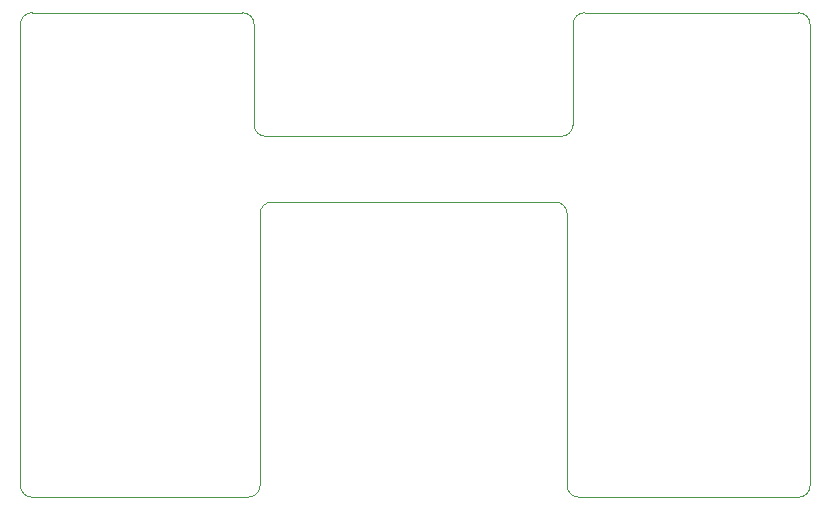
<source format=gbr>
%TF.GenerationSoftware,KiCad,Pcbnew,7.0.2*%
%TF.CreationDate,2024-03-21T19:14:15+01:00*%
%TF.ProjectId,Support_TTGO,53757070-6f72-4745-9f54-54474f2e6b69,rev?*%
%TF.SameCoordinates,Original*%
%TF.FileFunction,Profile,NP*%
%FSLAX46Y46*%
G04 Gerber Fmt 4.6, Leading zero omitted, Abs format (unit mm)*
G04 Created by KiCad (PCBNEW 7.0.2) date 2024-03-21 19:14:15*
%MOMM*%
%LPD*%
G01*
G04 APERTURE LIST*
%TA.AperFunction,Profile*%
%ADD10C,0.100000*%
%TD*%
G04 APERTURE END LIST*
D10*
X173080000Y-109000000D02*
G75*
G03*
X174080000Y-108000000I0J1000000D01*
G01*
X153500000Y-108000000D02*
G75*
G03*
X154500000Y-109000000I1000000J0D01*
G01*
X153500000Y-85000000D02*
G75*
G03*
X152500000Y-84000000I-1000000J0D01*
G01*
X128500000Y-84010000D02*
G75*
G03*
X127510000Y-85000000I0J-990000D01*
G01*
X126500000Y-109000000D02*
G75*
G03*
X127510000Y-107990000I0J1010000D01*
G01*
X107210000Y-108000000D02*
G75*
G03*
X108210000Y-109000000I1000000J0D01*
G01*
X155000000Y-67970000D02*
G75*
G03*
X154000000Y-68970000I0J-1000000D01*
G01*
X153000000Y-78450000D02*
G75*
G03*
X154000000Y-77450000I0J1000000D01*
G01*
X127000000Y-77450000D02*
G75*
G03*
X128000000Y-78450000I1000000J0D01*
G01*
X127000000Y-68970000D02*
G75*
G03*
X126000000Y-67970000I-1000000J0D01*
G01*
X174080000Y-68970000D02*
G75*
G03*
X173080000Y-67970000I-1000000J0D01*
G01*
X108210000Y-67970000D02*
G75*
G03*
X107210000Y-68970000I0J-1000000D01*
G01*
X155000000Y-67970000D02*
X173080000Y-67970000D01*
X152500000Y-84000000D02*
X128500000Y-84010000D01*
X153500000Y-85000000D02*
X153500000Y-108000000D01*
X174080000Y-68970000D02*
X174080000Y-108000000D01*
X153000000Y-78450000D02*
X128000000Y-78450000D01*
X127000000Y-77450000D02*
X127000000Y-68970000D01*
X154000000Y-68970000D02*
X154000000Y-77450000D01*
X154500000Y-109000000D02*
X173080000Y-109000000D01*
X107210000Y-68970000D02*
X107210000Y-108000000D01*
X127510000Y-85000000D02*
X127510000Y-107990000D01*
X126500000Y-109000000D02*
X108210000Y-109000000D01*
X108210000Y-67970000D02*
X126000000Y-67970000D01*
M02*

</source>
